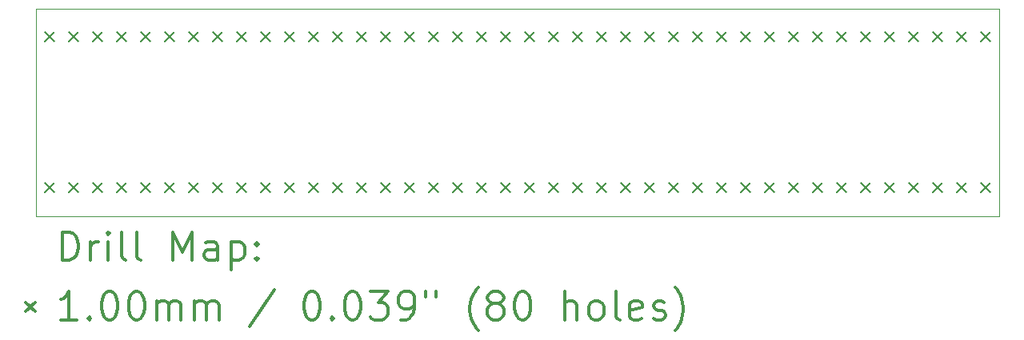
<source format=gbr>
%FSLAX45Y45*%
G04 Gerber Fmt 4.5, Leading zero omitted, Abs format (unit mm)*
G04 Created by KiCad (PCBNEW (5.1.9)-1) date 2021-10-03 21:12:49*
%MOMM*%
%LPD*%
G01*
G04 APERTURE LIST*
%TA.AperFunction,Profile*%
%ADD10C,0.100000*%
%TD*%
%ADD11C,0.200000*%
%ADD12C,0.300000*%
G04 APERTURE END LIST*
D10*
X19300000Y-7700000D02*
X9100000Y-7700000D01*
X19300000Y-9900000D02*
X19300000Y-7700000D01*
X9100000Y-9900000D02*
X19300000Y-9900000D01*
X9100000Y-7700000D02*
X9100000Y-9900000D01*
D11*
X9200000Y-7950000D02*
X9300000Y-8050000D01*
X9300000Y-7950000D02*
X9200000Y-8050000D01*
X9200000Y-9550000D02*
X9300000Y-9650000D01*
X9300000Y-9550000D02*
X9200000Y-9650000D01*
X9454000Y-7950000D02*
X9554000Y-8050000D01*
X9554000Y-7950000D02*
X9454000Y-8050000D01*
X9454000Y-9550000D02*
X9554000Y-9650000D01*
X9554000Y-9550000D02*
X9454000Y-9650000D01*
X9708000Y-7950000D02*
X9808000Y-8050000D01*
X9808000Y-7950000D02*
X9708000Y-8050000D01*
X9708000Y-9550000D02*
X9808000Y-9650000D01*
X9808000Y-9550000D02*
X9708000Y-9650000D01*
X9962000Y-7950000D02*
X10062000Y-8050000D01*
X10062000Y-7950000D02*
X9962000Y-8050000D01*
X9962000Y-9550000D02*
X10062000Y-9650000D01*
X10062000Y-9550000D02*
X9962000Y-9650000D01*
X10216000Y-7950000D02*
X10316000Y-8050000D01*
X10316000Y-7950000D02*
X10216000Y-8050000D01*
X10216000Y-9550000D02*
X10316000Y-9650000D01*
X10316000Y-9550000D02*
X10216000Y-9650000D01*
X10470000Y-7950000D02*
X10570000Y-8050000D01*
X10570000Y-7950000D02*
X10470000Y-8050000D01*
X10470000Y-9550000D02*
X10570000Y-9650000D01*
X10570000Y-9550000D02*
X10470000Y-9650000D01*
X10724000Y-7950000D02*
X10824000Y-8050000D01*
X10824000Y-7950000D02*
X10724000Y-8050000D01*
X10724000Y-9550000D02*
X10824000Y-9650000D01*
X10824000Y-9550000D02*
X10724000Y-9650000D01*
X10978000Y-7950000D02*
X11078000Y-8050000D01*
X11078000Y-7950000D02*
X10978000Y-8050000D01*
X10978000Y-9550000D02*
X11078000Y-9650000D01*
X11078000Y-9550000D02*
X10978000Y-9650000D01*
X11232000Y-7950000D02*
X11332000Y-8050000D01*
X11332000Y-7950000D02*
X11232000Y-8050000D01*
X11232000Y-9550000D02*
X11332000Y-9650000D01*
X11332000Y-9550000D02*
X11232000Y-9650000D01*
X11486000Y-7950000D02*
X11586000Y-8050000D01*
X11586000Y-7950000D02*
X11486000Y-8050000D01*
X11486000Y-9550000D02*
X11586000Y-9650000D01*
X11586000Y-9550000D02*
X11486000Y-9650000D01*
X11740000Y-7950000D02*
X11840000Y-8050000D01*
X11840000Y-7950000D02*
X11740000Y-8050000D01*
X11740000Y-9550000D02*
X11840000Y-9650000D01*
X11840000Y-9550000D02*
X11740000Y-9650000D01*
X11994000Y-7950000D02*
X12094000Y-8050000D01*
X12094000Y-7950000D02*
X11994000Y-8050000D01*
X11994000Y-9550000D02*
X12094000Y-9650000D01*
X12094000Y-9550000D02*
X11994000Y-9650000D01*
X12248000Y-7950000D02*
X12348000Y-8050000D01*
X12348000Y-7950000D02*
X12248000Y-8050000D01*
X12248000Y-9550000D02*
X12348000Y-9650000D01*
X12348000Y-9550000D02*
X12248000Y-9650000D01*
X12502000Y-7950000D02*
X12602000Y-8050000D01*
X12602000Y-7950000D02*
X12502000Y-8050000D01*
X12502000Y-9550000D02*
X12602000Y-9650000D01*
X12602000Y-9550000D02*
X12502000Y-9650000D01*
X12756000Y-7950000D02*
X12856000Y-8050000D01*
X12856000Y-7950000D02*
X12756000Y-8050000D01*
X12756000Y-9550000D02*
X12856000Y-9650000D01*
X12856000Y-9550000D02*
X12756000Y-9650000D01*
X13010000Y-7950000D02*
X13110000Y-8050000D01*
X13110000Y-7950000D02*
X13010000Y-8050000D01*
X13010000Y-9550000D02*
X13110000Y-9650000D01*
X13110000Y-9550000D02*
X13010000Y-9650000D01*
X13264000Y-7950000D02*
X13364000Y-8050000D01*
X13364000Y-7950000D02*
X13264000Y-8050000D01*
X13264000Y-9550000D02*
X13364000Y-9650000D01*
X13364000Y-9550000D02*
X13264000Y-9650000D01*
X13518000Y-7950000D02*
X13618000Y-8050000D01*
X13618000Y-7950000D02*
X13518000Y-8050000D01*
X13518000Y-9550000D02*
X13618000Y-9650000D01*
X13618000Y-9550000D02*
X13518000Y-9650000D01*
X13772000Y-7950000D02*
X13872000Y-8050000D01*
X13872000Y-7950000D02*
X13772000Y-8050000D01*
X13772000Y-9550000D02*
X13872000Y-9650000D01*
X13872000Y-9550000D02*
X13772000Y-9650000D01*
X14026000Y-7950000D02*
X14126000Y-8050000D01*
X14126000Y-7950000D02*
X14026000Y-8050000D01*
X14026000Y-9550000D02*
X14126000Y-9650000D01*
X14126000Y-9550000D02*
X14026000Y-9650000D01*
X14280000Y-7950000D02*
X14380000Y-8050000D01*
X14380000Y-7950000D02*
X14280000Y-8050000D01*
X14280000Y-9550000D02*
X14380000Y-9650000D01*
X14380000Y-9550000D02*
X14280000Y-9650000D01*
X14534000Y-7950000D02*
X14634000Y-8050000D01*
X14634000Y-7950000D02*
X14534000Y-8050000D01*
X14534000Y-9550000D02*
X14634000Y-9650000D01*
X14634000Y-9550000D02*
X14534000Y-9650000D01*
X14788000Y-7950000D02*
X14888000Y-8050000D01*
X14888000Y-7950000D02*
X14788000Y-8050000D01*
X14788000Y-9550000D02*
X14888000Y-9650000D01*
X14888000Y-9550000D02*
X14788000Y-9650000D01*
X15042000Y-7950000D02*
X15142000Y-8050000D01*
X15142000Y-7950000D02*
X15042000Y-8050000D01*
X15042000Y-9550000D02*
X15142000Y-9650000D01*
X15142000Y-9550000D02*
X15042000Y-9650000D01*
X15296000Y-7950000D02*
X15396000Y-8050000D01*
X15396000Y-7950000D02*
X15296000Y-8050000D01*
X15296000Y-9550000D02*
X15396000Y-9650000D01*
X15396000Y-9550000D02*
X15296000Y-9650000D01*
X15550000Y-7950000D02*
X15650000Y-8050000D01*
X15650000Y-7950000D02*
X15550000Y-8050000D01*
X15550000Y-9550000D02*
X15650000Y-9650000D01*
X15650000Y-9550000D02*
X15550000Y-9650000D01*
X15804000Y-7950000D02*
X15904000Y-8050000D01*
X15904000Y-7950000D02*
X15804000Y-8050000D01*
X15804000Y-9550000D02*
X15904000Y-9650000D01*
X15904000Y-9550000D02*
X15804000Y-9650000D01*
X16058000Y-7950000D02*
X16158000Y-8050000D01*
X16158000Y-7950000D02*
X16058000Y-8050000D01*
X16058000Y-9550000D02*
X16158000Y-9650000D01*
X16158000Y-9550000D02*
X16058000Y-9650000D01*
X16312000Y-7950000D02*
X16412000Y-8050000D01*
X16412000Y-7950000D02*
X16312000Y-8050000D01*
X16312000Y-9550000D02*
X16412000Y-9650000D01*
X16412000Y-9550000D02*
X16312000Y-9650000D01*
X16566000Y-7950000D02*
X16666000Y-8050000D01*
X16666000Y-7950000D02*
X16566000Y-8050000D01*
X16566000Y-9550000D02*
X16666000Y-9650000D01*
X16666000Y-9550000D02*
X16566000Y-9650000D01*
X16820000Y-7950000D02*
X16920000Y-8050000D01*
X16920000Y-7950000D02*
X16820000Y-8050000D01*
X16820000Y-9550000D02*
X16920000Y-9650000D01*
X16920000Y-9550000D02*
X16820000Y-9650000D01*
X17074000Y-7950000D02*
X17174000Y-8050000D01*
X17174000Y-7950000D02*
X17074000Y-8050000D01*
X17074000Y-9550000D02*
X17174000Y-9650000D01*
X17174000Y-9550000D02*
X17074000Y-9650000D01*
X17328000Y-7950000D02*
X17428000Y-8050000D01*
X17428000Y-7950000D02*
X17328000Y-8050000D01*
X17328000Y-9550000D02*
X17428000Y-9650000D01*
X17428000Y-9550000D02*
X17328000Y-9650000D01*
X17582000Y-7950000D02*
X17682000Y-8050000D01*
X17682000Y-7950000D02*
X17582000Y-8050000D01*
X17582000Y-9550000D02*
X17682000Y-9650000D01*
X17682000Y-9550000D02*
X17582000Y-9650000D01*
X17836000Y-7950000D02*
X17936000Y-8050000D01*
X17936000Y-7950000D02*
X17836000Y-8050000D01*
X17836000Y-9550000D02*
X17936000Y-9650000D01*
X17936000Y-9550000D02*
X17836000Y-9650000D01*
X18090000Y-7950000D02*
X18190000Y-8050000D01*
X18190000Y-7950000D02*
X18090000Y-8050000D01*
X18090000Y-9550000D02*
X18190000Y-9650000D01*
X18190000Y-9550000D02*
X18090000Y-9650000D01*
X18344000Y-7950000D02*
X18444000Y-8050000D01*
X18444000Y-7950000D02*
X18344000Y-8050000D01*
X18344000Y-9550000D02*
X18444000Y-9650000D01*
X18444000Y-9550000D02*
X18344000Y-9650000D01*
X18598000Y-7950000D02*
X18698000Y-8050000D01*
X18698000Y-7950000D02*
X18598000Y-8050000D01*
X18598000Y-9550000D02*
X18698000Y-9650000D01*
X18698000Y-9550000D02*
X18598000Y-9650000D01*
X18852000Y-7950000D02*
X18952000Y-8050000D01*
X18952000Y-7950000D02*
X18852000Y-8050000D01*
X18852000Y-9550000D02*
X18952000Y-9650000D01*
X18952000Y-9550000D02*
X18852000Y-9650000D01*
X19106000Y-7950000D02*
X19206000Y-8050000D01*
X19206000Y-7950000D02*
X19106000Y-8050000D01*
X19106000Y-9550000D02*
X19206000Y-9650000D01*
X19206000Y-9550000D02*
X19106000Y-9650000D01*
D12*
X9381428Y-10370714D02*
X9381428Y-10070714D01*
X9452857Y-10070714D01*
X9495714Y-10085000D01*
X9524286Y-10113572D01*
X9538571Y-10142143D01*
X9552857Y-10199286D01*
X9552857Y-10242143D01*
X9538571Y-10299286D01*
X9524286Y-10327857D01*
X9495714Y-10356429D01*
X9452857Y-10370714D01*
X9381428Y-10370714D01*
X9681428Y-10370714D02*
X9681428Y-10170714D01*
X9681428Y-10227857D02*
X9695714Y-10199286D01*
X9710000Y-10185000D01*
X9738571Y-10170714D01*
X9767143Y-10170714D01*
X9867143Y-10370714D02*
X9867143Y-10170714D01*
X9867143Y-10070714D02*
X9852857Y-10085000D01*
X9867143Y-10099286D01*
X9881428Y-10085000D01*
X9867143Y-10070714D01*
X9867143Y-10099286D01*
X10052857Y-10370714D02*
X10024286Y-10356429D01*
X10010000Y-10327857D01*
X10010000Y-10070714D01*
X10210000Y-10370714D02*
X10181428Y-10356429D01*
X10167143Y-10327857D01*
X10167143Y-10070714D01*
X10552857Y-10370714D02*
X10552857Y-10070714D01*
X10652857Y-10285000D01*
X10752857Y-10070714D01*
X10752857Y-10370714D01*
X11024286Y-10370714D02*
X11024286Y-10213572D01*
X11010000Y-10185000D01*
X10981428Y-10170714D01*
X10924286Y-10170714D01*
X10895714Y-10185000D01*
X11024286Y-10356429D02*
X10995714Y-10370714D01*
X10924286Y-10370714D01*
X10895714Y-10356429D01*
X10881428Y-10327857D01*
X10881428Y-10299286D01*
X10895714Y-10270714D01*
X10924286Y-10256429D01*
X10995714Y-10256429D01*
X11024286Y-10242143D01*
X11167143Y-10170714D02*
X11167143Y-10470714D01*
X11167143Y-10185000D02*
X11195714Y-10170714D01*
X11252857Y-10170714D01*
X11281428Y-10185000D01*
X11295714Y-10199286D01*
X11310000Y-10227857D01*
X11310000Y-10313572D01*
X11295714Y-10342143D01*
X11281428Y-10356429D01*
X11252857Y-10370714D01*
X11195714Y-10370714D01*
X11167143Y-10356429D01*
X11438571Y-10342143D02*
X11452857Y-10356429D01*
X11438571Y-10370714D01*
X11424286Y-10356429D01*
X11438571Y-10342143D01*
X11438571Y-10370714D01*
X11438571Y-10185000D02*
X11452857Y-10199286D01*
X11438571Y-10213572D01*
X11424286Y-10199286D01*
X11438571Y-10185000D01*
X11438571Y-10213572D01*
X8995000Y-10815000D02*
X9095000Y-10915000D01*
X9095000Y-10815000D02*
X8995000Y-10915000D01*
X9538571Y-11000714D02*
X9367143Y-11000714D01*
X9452857Y-11000714D02*
X9452857Y-10700714D01*
X9424286Y-10743572D01*
X9395714Y-10772143D01*
X9367143Y-10786429D01*
X9667143Y-10972143D02*
X9681428Y-10986429D01*
X9667143Y-11000714D01*
X9652857Y-10986429D01*
X9667143Y-10972143D01*
X9667143Y-11000714D01*
X9867143Y-10700714D02*
X9895714Y-10700714D01*
X9924286Y-10715000D01*
X9938571Y-10729286D01*
X9952857Y-10757857D01*
X9967143Y-10815000D01*
X9967143Y-10886429D01*
X9952857Y-10943572D01*
X9938571Y-10972143D01*
X9924286Y-10986429D01*
X9895714Y-11000714D01*
X9867143Y-11000714D01*
X9838571Y-10986429D01*
X9824286Y-10972143D01*
X9810000Y-10943572D01*
X9795714Y-10886429D01*
X9795714Y-10815000D01*
X9810000Y-10757857D01*
X9824286Y-10729286D01*
X9838571Y-10715000D01*
X9867143Y-10700714D01*
X10152857Y-10700714D02*
X10181428Y-10700714D01*
X10210000Y-10715000D01*
X10224286Y-10729286D01*
X10238571Y-10757857D01*
X10252857Y-10815000D01*
X10252857Y-10886429D01*
X10238571Y-10943572D01*
X10224286Y-10972143D01*
X10210000Y-10986429D01*
X10181428Y-11000714D01*
X10152857Y-11000714D01*
X10124286Y-10986429D01*
X10110000Y-10972143D01*
X10095714Y-10943572D01*
X10081428Y-10886429D01*
X10081428Y-10815000D01*
X10095714Y-10757857D01*
X10110000Y-10729286D01*
X10124286Y-10715000D01*
X10152857Y-10700714D01*
X10381428Y-11000714D02*
X10381428Y-10800714D01*
X10381428Y-10829286D02*
X10395714Y-10815000D01*
X10424286Y-10800714D01*
X10467143Y-10800714D01*
X10495714Y-10815000D01*
X10510000Y-10843572D01*
X10510000Y-11000714D01*
X10510000Y-10843572D02*
X10524286Y-10815000D01*
X10552857Y-10800714D01*
X10595714Y-10800714D01*
X10624286Y-10815000D01*
X10638571Y-10843572D01*
X10638571Y-11000714D01*
X10781428Y-11000714D02*
X10781428Y-10800714D01*
X10781428Y-10829286D02*
X10795714Y-10815000D01*
X10824286Y-10800714D01*
X10867143Y-10800714D01*
X10895714Y-10815000D01*
X10910000Y-10843572D01*
X10910000Y-11000714D01*
X10910000Y-10843572D02*
X10924286Y-10815000D01*
X10952857Y-10800714D01*
X10995714Y-10800714D01*
X11024286Y-10815000D01*
X11038571Y-10843572D01*
X11038571Y-11000714D01*
X11624286Y-10686429D02*
X11367143Y-11072143D01*
X12010000Y-10700714D02*
X12038571Y-10700714D01*
X12067143Y-10715000D01*
X12081428Y-10729286D01*
X12095714Y-10757857D01*
X12110000Y-10815000D01*
X12110000Y-10886429D01*
X12095714Y-10943572D01*
X12081428Y-10972143D01*
X12067143Y-10986429D01*
X12038571Y-11000714D01*
X12010000Y-11000714D01*
X11981428Y-10986429D01*
X11967143Y-10972143D01*
X11952857Y-10943572D01*
X11938571Y-10886429D01*
X11938571Y-10815000D01*
X11952857Y-10757857D01*
X11967143Y-10729286D01*
X11981428Y-10715000D01*
X12010000Y-10700714D01*
X12238571Y-10972143D02*
X12252857Y-10986429D01*
X12238571Y-11000714D01*
X12224286Y-10986429D01*
X12238571Y-10972143D01*
X12238571Y-11000714D01*
X12438571Y-10700714D02*
X12467143Y-10700714D01*
X12495714Y-10715000D01*
X12510000Y-10729286D01*
X12524286Y-10757857D01*
X12538571Y-10815000D01*
X12538571Y-10886429D01*
X12524286Y-10943572D01*
X12510000Y-10972143D01*
X12495714Y-10986429D01*
X12467143Y-11000714D01*
X12438571Y-11000714D01*
X12410000Y-10986429D01*
X12395714Y-10972143D01*
X12381428Y-10943572D01*
X12367143Y-10886429D01*
X12367143Y-10815000D01*
X12381428Y-10757857D01*
X12395714Y-10729286D01*
X12410000Y-10715000D01*
X12438571Y-10700714D01*
X12638571Y-10700714D02*
X12824286Y-10700714D01*
X12724286Y-10815000D01*
X12767143Y-10815000D01*
X12795714Y-10829286D01*
X12810000Y-10843572D01*
X12824286Y-10872143D01*
X12824286Y-10943572D01*
X12810000Y-10972143D01*
X12795714Y-10986429D01*
X12767143Y-11000714D01*
X12681428Y-11000714D01*
X12652857Y-10986429D01*
X12638571Y-10972143D01*
X12967143Y-11000714D02*
X13024286Y-11000714D01*
X13052857Y-10986429D01*
X13067143Y-10972143D01*
X13095714Y-10929286D01*
X13110000Y-10872143D01*
X13110000Y-10757857D01*
X13095714Y-10729286D01*
X13081428Y-10715000D01*
X13052857Y-10700714D01*
X12995714Y-10700714D01*
X12967143Y-10715000D01*
X12952857Y-10729286D01*
X12938571Y-10757857D01*
X12938571Y-10829286D01*
X12952857Y-10857857D01*
X12967143Y-10872143D01*
X12995714Y-10886429D01*
X13052857Y-10886429D01*
X13081428Y-10872143D01*
X13095714Y-10857857D01*
X13110000Y-10829286D01*
X13224286Y-10700714D02*
X13224286Y-10757857D01*
X13338571Y-10700714D02*
X13338571Y-10757857D01*
X13781428Y-11115000D02*
X13767143Y-11100714D01*
X13738571Y-11057857D01*
X13724286Y-11029286D01*
X13710000Y-10986429D01*
X13695714Y-10915000D01*
X13695714Y-10857857D01*
X13710000Y-10786429D01*
X13724286Y-10743572D01*
X13738571Y-10715000D01*
X13767143Y-10672143D01*
X13781428Y-10657857D01*
X13938571Y-10829286D02*
X13910000Y-10815000D01*
X13895714Y-10800714D01*
X13881428Y-10772143D01*
X13881428Y-10757857D01*
X13895714Y-10729286D01*
X13910000Y-10715000D01*
X13938571Y-10700714D01*
X13995714Y-10700714D01*
X14024286Y-10715000D01*
X14038571Y-10729286D01*
X14052857Y-10757857D01*
X14052857Y-10772143D01*
X14038571Y-10800714D01*
X14024286Y-10815000D01*
X13995714Y-10829286D01*
X13938571Y-10829286D01*
X13910000Y-10843572D01*
X13895714Y-10857857D01*
X13881428Y-10886429D01*
X13881428Y-10943572D01*
X13895714Y-10972143D01*
X13910000Y-10986429D01*
X13938571Y-11000714D01*
X13995714Y-11000714D01*
X14024286Y-10986429D01*
X14038571Y-10972143D01*
X14052857Y-10943572D01*
X14052857Y-10886429D01*
X14038571Y-10857857D01*
X14024286Y-10843572D01*
X13995714Y-10829286D01*
X14238571Y-10700714D02*
X14267143Y-10700714D01*
X14295714Y-10715000D01*
X14310000Y-10729286D01*
X14324286Y-10757857D01*
X14338571Y-10815000D01*
X14338571Y-10886429D01*
X14324286Y-10943572D01*
X14310000Y-10972143D01*
X14295714Y-10986429D01*
X14267143Y-11000714D01*
X14238571Y-11000714D01*
X14210000Y-10986429D01*
X14195714Y-10972143D01*
X14181428Y-10943572D01*
X14167143Y-10886429D01*
X14167143Y-10815000D01*
X14181428Y-10757857D01*
X14195714Y-10729286D01*
X14210000Y-10715000D01*
X14238571Y-10700714D01*
X14695714Y-11000714D02*
X14695714Y-10700714D01*
X14824286Y-11000714D02*
X14824286Y-10843572D01*
X14810000Y-10815000D01*
X14781428Y-10800714D01*
X14738571Y-10800714D01*
X14710000Y-10815000D01*
X14695714Y-10829286D01*
X15010000Y-11000714D02*
X14981428Y-10986429D01*
X14967143Y-10972143D01*
X14952857Y-10943572D01*
X14952857Y-10857857D01*
X14967143Y-10829286D01*
X14981428Y-10815000D01*
X15010000Y-10800714D01*
X15052857Y-10800714D01*
X15081428Y-10815000D01*
X15095714Y-10829286D01*
X15110000Y-10857857D01*
X15110000Y-10943572D01*
X15095714Y-10972143D01*
X15081428Y-10986429D01*
X15052857Y-11000714D01*
X15010000Y-11000714D01*
X15281428Y-11000714D02*
X15252857Y-10986429D01*
X15238571Y-10957857D01*
X15238571Y-10700714D01*
X15510000Y-10986429D02*
X15481428Y-11000714D01*
X15424286Y-11000714D01*
X15395714Y-10986429D01*
X15381428Y-10957857D01*
X15381428Y-10843572D01*
X15395714Y-10815000D01*
X15424286Y-10800714D01*
X15481428Y-10800714D01*
X15510000Y-10815000D01*
X15524286Y-10843572D01*
X15524286Y-10872143D01*
X15381428Y-10900714D01*
X15638571Y-10986429D02*
X15667143Y-11000714D01*
X15724286Y-11000714D01*
X15752857Y-10986429D01*
X15767143Y-10957857D01*
X15767143Y-10943572D01*
X15752857Y-10915000D01*
X15724286Y-10900714D01*
X15681428Y-10900714D01*
X15652857Y-10886429D01*
X15638571Y-10857857D01*
X15638571Y-10843572D01*
X15652857Y-10815000D01*
X15681428Y-10800714D01*
X15724286Y-10800714D01*
X15752857Y-10815000D01*
X15867143Y-11115000D02*
X15881428Y-11100714D01*
X15910000Y-11057857D01*
X15924286Y-11029286D01*
X15938571Y-10986429D01*
X15952857Y-10915000D01*
X15952857Y-10857857D01*
X15938571Y-10786429D01*
X15924286Y-10743572D01*
X15910000Y-10715000D01*
X15881428Y-10672143D01*
X15867143Y-10657857D01*
M02*

</source>
